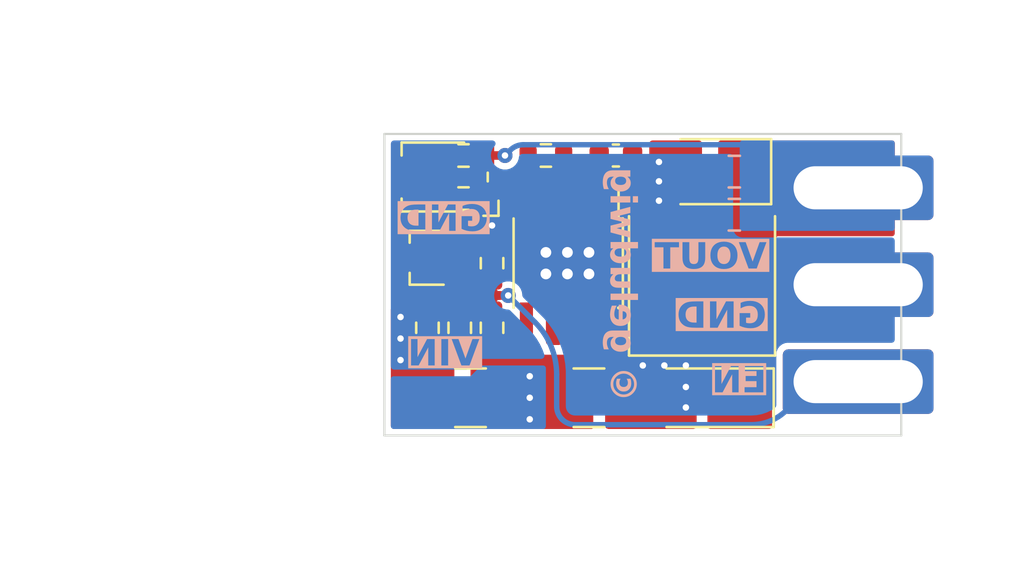
<source format=kicad_pcb>
(kicad_pcb (version 20240108) (generator "pcbnew") (generator_version "8.0")
  (title_block (comment 4 "AISLER Project ID: BCAAVWBM"))
  (layers (0 "F.Cu" signal) (31 "B.Cu" signal) (34 "B.Paste" user) (35 "F.Paste" user) (36 "B.SilkS" user "B.Silkscreen") (37 "F.SilkS" user "F.Silkscreen") (38 "B.Mask" user) (39 "F.Mask" user) (44 "Edge.Cuts" user))
  (net 0 "")
  (net 1 "VIN")
  (net 2 "GND")
  (net 3 "Net-(D1-K)")
  (net 4 "EN_IN")
  (net 5 "VOUT")
  (net 6 "Net-(U1-BOOT)")
  (net 7 "Net-(Q1-D)")
  (net 8 "Net-(U1-FB)")
  (net 9 "Net-(U1-SYNC)")
  (footprint "Potentiometer_SMD:Potentiometer_Bourns_TC33X_Vertical" (layer "F.Cu") (at 112.7 73 180)
    (property "Reference" "RV1" (hide yes))
    (property "Value" "R_Poti, 5k")
    (fp_line (start 1.9 1.6) (end 1.9 1) (stroke (width 0.12)) (layer "F.SilkS"))
    (fp_line (start 1.9 -1.6) (end 1.9 -1) (stroke (width 0.12)) (layer "F.SilkS"))
    (fp_line (start -1 1.6) (end 1.9 1.6) (stroke (width 0.12)) (layer "F.SilkS"))
    (fp_line (start -1 -1.6) (end 1.9 -1.6) (stroke (width 0.12)) (layer "F.SilkS"))
    (fp_line (start -1.9 -1.8) (end -2.6 -1.8) (stroke (width 0.12)) (layer "F.SilkS"))
    (fp_line (start -2.1 -0.2) (end -2.1 0.2) (stroke (width 0.12)) (layer "F.SilkS"))
    (fp_line (start -2.6 -1.8) (end -2.6 -1.1) (stroke (width 0.12)) (layer "F.SilkS"))
    (pad "1" smd rect (at -1.8 -1 180) (size 1.2 1.2) (layers "F.Cu" "F.Paste" "F.Mask") (net 2 "GND"))
    (pad "2" smd rect (at 1.45 0 180) (size 1.5 1.6) (layers "F.Cu" "F.Paste" "F.Mask") (net 8 "Net-(U1-FB)"))
    (pad "3" smd rect (at -1.8 1 180) (size 1.2 1.2) (layers "F.Cu" "F.Paste" "F.Mask") (net 5 "VOUT"))
  )
  (footprint "Diode_SMD:D_SOD-128" (layer "F.Cu") (at 125 83.25 180)
    (property "Reference" "D1" (hide yes))
    (property "Value" "40V, 550mV, 2A")
    (fp_line (start -3.08 1.36) (end 1.9 1.36) (stroke (width 0.12)) (layer "F.SilkS"))
    (fp_line (start -3.08 -1.36) (end 1.9 -1.36) (stroke (width 0.12)) (layer "F.SilkS"))
    (fp_line (start -3.08 -1.36) (end -3.08 1.36) (stroke (width 0.12)) (layer "F.SilkS"))
    (pad "1" smd rect (at -2.2 0 180) (size 1.4 2.1) (layers "F.Cu" "F.Paste" "F.Mask") (net 3 "Net-(D1-K)"))
    (pad "2" smd rect (at 2.2 0 180) (size 1.4 2.1) (layers "F.Cu" "F.Paste" "F.Mask") (net 2 "GND"))
  )
  (footprint "Resistor_SMD:R_0603_1608Metric" (layer "F.Cu") (at 112 80 -90)
    (property "Reference" "Ren2" (hide yes))
    (property "Value" "56k")
    (fp_line (start -0.237258 0.5225) (end 0.237258 0.5225) (stroke (width 0.12)) (layer "F.SilkS"))
    (fp_line (start -0.237258 -0.5225) (end 0.237258 -0.5225) (stroke (width 0.12)) (layer "F.SilkS"))
    (pad "1" smd roundrect (at -0.825 0 270) (size 0.8 0.95) (layers "F.Cu" "F.Paste" "F.Mask") (net 7 "Net-(Q1-D)"))
    (pad "2" smd roundrect (at 0.825 0 270) (size 0.8 0.95) (layers "F.Cu" "F.Paste" "F.Mask") (net 2 "GND"))
  )
  (footprint "Resistor_SMD:R_0603_1608Metric" (layer "F.Cu") (at 113.675 72 180)
    (property "Reference" "Rfb1" (hide yes))
    (property "Value" "3k")
    (fp_line (start -0.237258 0.5225) (end 0.237258 0.5225) (stroke (width 0.12)) (layer "F.SilkS"))
    (fp_line (start -0.237258 -0.5225) (end 0.237258 -0.5225) (stroke (width 0.12)) (layer "F.SilkS"))
    (pad "1" smd roundrect (at -0.825 0 180) (size 0.8 0.95) (layers "F.Cu" "F.Paste" "F.Mask") (net 5 "VOUT"))
    (pad "2" smd roundrect (at 0.825 0 180) (size 0.8 0.95) (layers "F.Cu" "F.Paste" "F.Mask") (net 8 "Net-(U1-FB)"))
  )
  (footprint "Capacitor_SMD:C_1210_3225Metric" (layer "F.Cu") (at 119.5 83.25)
    (property "Reference" "Cin1" (hide yes))
    (property "Value" "50V, 10uF")
    (fp_line (start -0.711252 -1.36) (end 0.711252 -1.36) (stroke (width 0.12)) (layer "F.SilkS"))
    (fp_line (start -0.711252 1.36) (end 0.711252 1.36) (stroke (width 0.12)) (layer "F.SilkS"))
    (pad "1" smd roundrect (at -1.475 0) (size 1.15 2.7) (layers "F.Cu" "F.Paste" "F.Mask") (roundrect_rratio 0.2173913043) (net 1 "VIN"))
    (pad "2" smd roundrect (at 1.475 0) (size 1.15 2.7) (layers "F.Cu" "F.Paste" "F.Mask") (roundrect_rratio 0.2173913043) (net 2 "GND"))
  )
  (footprint "Package_TO_SOT_SMD:SOT-23W" (layer "F.Cu") (at 112.25 76.75 180)
    (property "Reference" "Q1" (hide yes))
    (property "Value" "BSS 138")
    (fp_line (start 1.075 0.7) (end 1.075 1.25) (stroke (width 0.12)) (layer "F.SilkS"))
    (fp_line (start 1.075 -1.25) (end 1.075 -0.7) (stroke (width 0.12)) (layer "F.SilkS"))
    (fp_line (start -0.5 1.25) (end 1.075 1.25) (stroke (width 0.12)) (layer "F.SilkS"))
    (fp_line (start -0.5 -1.25) (end 1.075 -1.25) (stroke (width 0.12)) (layer "F.SilkS"))
    (pad "1" smd rect (at -1.2 -0.95 180) (size 1 0.7) (layers "F.Cu" "F.Paste" "F.Mask") (net 4 "EN_IN"))
    (pad "2" smd rect (at -1.2 0.95 180) (size 1 0.7) (layers "F.Cu" "F.Paste" "F.Mask") (net 2 "GND"))
    (pad "3" smd rect (at 1.2 0 180) (size 1 0.7) (layers "F.Cu" "F.Paste" "F.Mask") (net 7 "Net-(Q1-D)"))
  )
  (footprint "Package_SO:TI_SO-PowerPAD-8" (layer "F.Cu") (at 118.5 77 -90)
    (property "Reference" "U1" (hide yes))
    (property "Value" "LM22670")
    (fp_line (start -2.075 2.5) (end 2.075 2.5) (stroke (width 0.12)) (layer "F.SilkS"))
    (fp_line (start -2.075 -2.375) (end -3.375 -2.375) (stroke (width 0.12)) (layer "F.SilkS"))
    (fp_line (start -2.075 -2.575) (end -2.075 -2.375) (stroke (width 0.12)) (layer "F.SilkS"))
    (fp_line (start -2.075 -2.575) (end 2.075 -2.575) (stroke (width 0.12)) (layer "F.SilkS"))
    (fp_line (start 2.075 -2.575) (end 2.075 -2.375) (stroke (width 0.15)) (layer "F.SilkS"))
    (pad "1" smd rect (at -2.78 -1.905 270) (size 1.91 0.61) (layers "F.Cu" "F.Paste" "F.Mask") (net 6 "Net-(U1-BOOT)"))
    (pad "2" smd rect (at -2.78 -0.635 270) (size 1.91 0.61) (layers "F.Cu" "F.Paste" "F.Mask") (net 2 "GND"))
    (pad "3" smd rect (at -2.78 0.635 270) (size 1.91 0.61) (layers "F.Cu" "F.Paste" "F.Mask") (net 9 "Net-(U1-SYNC)"))
    (pad "4" smd rect (at -2.78 1.905 270) (size 1.91 0.61) (layers "F.Cu" "F.Paste" "F.Mask") (net 8 "Net-(U1-FB)"))
    (pad "5" smd rect (at 2.78 1.905 270) (size 1.91 0.61) (layers "F.Cu" "F.Paste" "F.Mask") (net 7 "Net-(Q1-D)"))
    (pad "6" smd rect (at 2.78 0.635 270) (size 1.91 0.61) (layers "F.Cu" "F.Paste" "F.Mask") (net 2 "GND"))
    (pad "7" smd rect (at 2.78 -0.635 270) (size 1.91 0.61) (layers "F.Cu" "F.Paste" "F.Mask") (net 1 "VIN"))
    (pad "8" smd rect (at 2.78 -1.905 270) (size 1.91 0.61) (layers "F.Cu" "F.Paste" "F.Mask") (net 3 "Net-(D1-K)"))
    (pad "9" smd rect (at 0 0 270) (size 2.25 3.02175) (layers "F.Cu" "F.Paste" "F.Mask") (net 2 "GND"))
  )
  (footprint "Resistor_SMD:R_0603_1608Metric" (layer "F.Cu") (at 117.5 72)
    (property "Reference" "Rsync1" (hide yes))
    (property "Value" "34.8k")
    (fp_line (start -0.237258 -0.5225) (end 0.237258 -0.5225) (stroke (width 0.12)) (layer "F.SilkS"))
    (fp_line (start -0.237258 0.5225) (end 0.237258 0.5225) (stroke (width 0.12)) (layer "F.SilkS"))
    (pad "1" smd roundrect (at -0.825 0) (size 0.8 0.95) (layers "F.Cu" "F.Paste" "F.Mask") (net 9 "Net-(U1-SYNC)"))
    (pad "2" smd roundrect (at 0.825 0) (size 0.8 0.95) (layers "F.Cu" "F.Paste" "F.Mask") (net 2 "GND"))
  )
  (footprint "Resistor_SMD:R_0603_1608Metric" (layer "F.Cu") (at 115 77 90)
    (property "Reference" "Rmos2" (hide yes))
    (property "Value" "5k")
    (fp_line (start -0.237258 -0.5225) (end 0.237258 -0.5225) (stroke (width 0.12)) (layer "F.SilkS"))
    (fp_line (start -0.237258 0.5225) (end 0.237258 0.5225) (stroke (width 0.12)) (layer "F.SilkS"))
    (pad "1" smd roundrect (at -0.825 0 90) (size 0.8 0.95) (layers "F.Cu" "F.Paste" "F.Mask") (net 4 "EN_IN"))
    (pad "2" smd roundrect (at 0.825 0 90) (size 0.8 0.95) (layers "F.Cu" "F.Paste" "F.Mask") (net 2 "GND"))
  )
  (footprint "Capacitor_SMD:C_0603_1608Metric" (layer "F.Cu") (at 120.75 72 180)
    (property "Reference" "Cboot1" (hide yes))
    (property "Value" "50V, 10nF")
    (fp_line (start -0.14058 0.51) (end 0.14058 0.51) (stroke (width 0.12)) (layer "F.SilkS"))
    (fp_line (start -0.14058 -0.51) (end 0.14058 -0.51) (stroke (width 0.12)) (layer "F.SilkS"))
    (pad "1" smd roundrect (at -0.775 0 180) (size 0.9 0.95) (layers "F.Cu" "F.Paste" "F.Mask") (net 3 "Net-(D1-K)"))
    (pad "2" smd roundrect (at 0.775 0 180) (size 0.9 0.95) (layers "F.Cu" "F.Paste" "F.Mask") (net 6 "Net-(U1-BOOT)"))
  )
  (footprint "Resistor_SMD:R_0603_1608Metric" (layer "F.Cu") (at 113.675 74)
    (property "Reference" "Rfb2" (hide yes))
    (property "Value" "1k")
    (fp_line (start -0.237258 -0.5225) (end 0.237258 -0.5225) (stroke (width 0.12)) (layer "F.SilkS"))
    (fp_line (start -0.237258 0.5225) (end 0.237258 0.5225) (stroke (width 0.12)) (layer "F.SilkS"))
    (pad "1" smd roundrect (at -0.825 0) (size 0.8 0.95) (layers "F.Cu" "F.Paste" "F.Mask") (net 8 "Net-(U1-FB)"))
    (pad "2" smd roundrect (at 0.825 0) (size 0.8 0.95) (layers "F.Cu" "F.Paste" "F.Mask") (net 2 "GND"))
  )
  (footprint "Inductor_SMD:L_Coilcraft_XAL60xx_6.36x6.56mm" (layer "F.Cu") (at 124.75 78 90)
    (property "Reference" "L1" (hide yes))
    (property "Value" "XAL6060-822MEC")
    (fp_line (start -3.29 -3.39) (end 3.18 -3.39) (stroke (width 0.12)) (layer "F.SilkS"))
    (fp_line (start -3.29 -3.39) (end -3.29 3.39) (stroke (width 0.12)) (layer "F.SilkS"))
    (fp_line (start -3.29 3.39) (end 3.18 3.39) (stroke (width 0.12)) (layer "F.SilkS"))
    (pad "1" smd rect (at -2.02 0 90) (size 1.43 5.5) (layers "F.Cu" "F.Paste" "F.Mask") (net 3 "Net-(D1-K)"))
    (pad "2" smd rect (at 2.02 0 90) (size 1.43 5.5) (layers "F.Cu" "F.Paste" "F.Mask") (net 5 "VOUT"))
  )
  (footprint "Capacitor_Tantalum_SMD:CP_EIA-3528-21_Kemet-B" (layer "F.Cu") (at 125.5 72.75 180)
    (property "Reference" "Cout1" (hide yes))
    (property "Value" "16V, 47uF, Tantal")
    (fp_line (start 1.75 -1.51) (end -2.46 -1.51) (stroke (width 0.12)) (layer "F.SilkS"))
    (fp_line (start -2.46 1.51) (end 1.75 1.51) (stroke (width 0.12)) (layer "F.SilkS"))
    (fp_line (start -2.46 -1.51) (end -2.46 1.51) (stroke (width 0.12)) (layer "F.SilkS"))
    (pad "1" smd roundrect (at -1.5375 0 180) (size 1.325 2.35) (layers "F.Cu" "F.Paste" "F.Mask") (roundrect_rratio 0.1886792453) (net 5 "VOUT"))
    (pad "2" smd roundrect (at 1.5375 0 180) (size 1.325 2.35) (layers "F.Cu" "F.Paste" "F.Mask") (roundrect_rratio 0.1886792453) (net 2 "GND"))
  )
  (footprint "Resistor_SMD:R_0603_1608Metric" (layer "F.Cu") (at 115 80 90)
    (property "Reference" "Rmos1" (hide yes))
    (property "Value" "10k")
    (fp_line (start -0.237258 -0.5225) (end 0.237258 -0.5225) (stroke (width 0.12)) (layer "F.SilkS"))
    (fp_line (start -0.237258 0.5225) (end 0.237258 0.5225) (stroke (width 0.12)) (layer "F.SilkS"))
    (pad "1" smd roundrect (at -0.825 0 90) (size 0.8 0.95) (layers "F.Cu" "F.Paste" "F.Mask") (net 1 "VIN"))
    (pad "2" smd roundrect (at 0.825 0 90) (size 0.8 0.95) (layers "F.Cu" "F.Paste" "F.Mask") (net 4 "EN_IN"))
  )
  (footprint "Capacitor_SMD:C_1210_3225Metric" (layer "F.Cu") (at 114 83.25 180)
    (property "Reference" "Cin2" (hide yes))
    (property "Value" "50V, 10uF")
    (fp_line (start -0.711252 1.36) (end 0.711252 1.36) (stroke (width 0.12)) (layer "F.SilkS"))
    (fp_line (start -0.711252 -1.36) (end 0.711252 -1.36) (stroke (width 0.12)) (layer "F.SilkS"))
    (pad "1" smd roundrect (at -1.475 0 180) (size 1.15 2.7) (layers "F.Cu" "F.Paste" "F.Mask") (roundrect_rratio 0.2173913043) (net 1 "VIN"))
    (pad "2" smd roundrect (at 1.475 0 180) (size 1.15 2.7) (layers "F.Cu" "F.Paste" "F.Mask") (roundrect_rratio 0.2173913043) (net 2 "GND"))
  )
  (footprint "Resistor_SMD:R_0603_1608Metric" (layer "F.Cu") (at 113.5 80 90)
    (property "Reference" "Ren1" (hide yes))
    (property "Value" "220k")
    (fp_line (start -0.237258 -0.5225) (end 0.237258 -0.5225) (stroke (width 0.12)) (layer "F.SilkS"))
    (fp_line (start -0.237258 0.5225) (end 0.237258 0.5225) (stroke (width 0.12)) (layer "F.SilkS"))
    (pad "1" smd roundrect (at -0.825 0 90) (size 0.8 0.95) (layers "F.Cu" "F.Paste" "F.Mask") (net 1 "VIN"))
    (pad "2" smd roundrect (at 0.825 0 90) (size 0.8 0.95) (layers "F.Cu" "F.Paste" "F.Mask") (net 7 "Net-(Q1-D)"))
  )
  (footprint "TestPoint:TestPoint_THTPad_D1.0mm_Drill0.5mm" (layer "B.Cu") (at 132 82.5)
    (property "Reference" "EN1" (hide yes))
    (property "Value" "Conn_01x01_Female")
    (pad "1" thru_hole roundrect (at 0 0) (size 7 3) (drill oval 6 2) (layers "*.Cu" "*.Mask") (roundrect_rratio 0.08333333333) (net 4 "EN_IN"))
  )
  (footprint "Connector_Wire:SolderWirePad_1x01_SMD_1x2mm" (layer "B.Cu") (at 112.5 83.5 90)
    (property "Reference" "VIN1" (hide yes))
    (property "Value" "Conn_01x01_Female")
    (pad "1" smd roundrect (at 0 0 90) (size 2 4) (layers "B.Cu" "B.Paste" "B.Mask") (net 1 "VIN"))
  )
  (footprint "Connector_Wire:SolderWirePad_1x01_SMD_1x2mm" (layer "B.Cu") (at 112.5 72.5 -90)
    (property "Reference" "GND1" (hide yes))
    (property "Value" "Conn_01x01_Female")
    (pad "1" smd roundrect (at 0 0 270) (size 2 4) (layers "B.Cu" "B.Paste" "B.Mask") (net 2 "GND"))
  )
  (footprint "Capacitor_SMD:C_0805_2012Metric" (layer "B.Cu") (at 126.25 72.75 180)
    (property "Reference" "Cout3" (hide yes))
    (property "Value" "16V, 10uF")
    (fp_line (start -0.261252 0.735) (end 0.261252 0.735) (stroke (width 0.12)) (layer "B.SilkS"))
    (fp_line (start -0.261252 -0.735) (end 0.261252 -0.735) (stroke (width 0.12)) (layer "B.SilkS"))
    (pad "1" smd roundrect (at -0.95 0 180) (size 1 1.45) (layers "B.Cu" "B.Paste" "B.Mask") (net 5 "VOUT"))
    (pad "2" smd roundrect (at 0.95 0 180) (size 1 1.45) (layers "B.Cu" "B.Paste" "B.Mask") (net 2 "GND"))
  )
  (footprint "TestPoint:TestPoint_THTPad_D1.0mm_Drill0.5mm" (layer "B.Cu") (at 132 73.5)
    (property "Reference" "5V1" (hide yes))
    (property "Value" "Conn_01x01_Female")
    (pad "1" thru_hole roundrect (at 0 0) (size 7 3) (drill oval 6 2) (layers "*.Cu" "*.Mask") (roundrect_rratio 0.08333333333) (net 5 "VOUT"))
  )
  (footprint "TestPoint:TestPoint_THTPad_D1.0mm_Drill0.5mm" (layer "B.Cu") (at 132 78)
    (property "Reference" "GND2" (hide yes))
    (property "Value" "Conn_01x01_Female")
    (pad "1" thru_hole roundrect (at 0 0) (size 7 3) (drill oval 6 2) (layers "*.Cu" "*.Mask") (roundrect_rratio 0.08333333333) (net 2 "GND"))
  )
  (footprint "Capacitor_SMD:C_0805_2012Metric" (layer "B.Cu") (at 126.25 74.75 180)
    (property "Reference" "Cout2" (hide yes))
    (property "Value" "16V, 10uF")
    (fp_line (start -0.261252 0.735) (end 0.261252 0.735) (stroke (width 0.12)) (layer "B.SilkS"))
    (fp_line (start -0.261252 -0.735) (end 0.261252 -0.735) (stroke (width 0.12)) (layer "B.SilkS"))
    (pad "1" smd roundrect (at -0.95 0 180) (size 1 1.45) (layers "B.Cu" "B.Paste" "B.Mask") (net 5 "VOUT"))
    (pad "2" smd roundrect (at 0.95 0 180) (size 1 1.45) (layers "B.Cu" "B.Paste" "B.Mask") (net 2 "GND"))
  )
  (gr_line (start 134 71) (end 134 85) (stroke (width 0.1)) (layer "Edge.Cuts"))
  (gr_line (start 110 85) (end 110 71) (stroke (width 0.1)) (layer "Edge.Cuts"))
  (gr_line (start 110 85) (end 134 85) (stroke (width 0.1)) (layer "Edge.Cuts"))
  (gr_line (start 134 71) (end 110 71) (stroke (width 0.1)) (layer "Edge.Cuts"))
  (gr_text "VOUT" (at 127.75 76.75 0) (layer "B.SilkS" knockout) (effects (font (size 1.2 1.2) (thickness 0.2) (bold yes)) (justify left mirror)))
  (gr_text "GND" (at 112.75 75 0) (layer "B.SilkS" knockout) (effects (font (size 1.2 1.2) (thickness 0.2) (bold yes)) (justify mirror)))
  (gr_text "GND" (at 127.75 79.5 0) (layer "B.SilkS" knockout) (effects (font (size 1.2 1.2) (thickness 0.2) (bold yes)) (justify left mirror)))
  (gr_text "EN" (at 127.75 82.5 0) (layer "B.SilkS" knockout) (effects (font (size 1.2 1.2) (thickness 0.2) (bold yes)) (justify left mirror)))
  (gr_text "VIN" (at 112.75 81.25 0) (layer "B.SilkS" knockout) (effects (font (size 1.2 1.2) (thickness 0.2) (bold yes)) (justify mirror)))
  (gr_text "© geludwig" (at 121 78 270) (layer "B.SilkS") (effects (font (size 1.2 1.2) (thickness 0.2) (bold yes)) (justify mirror)))
  (via (at 116.75 83.25) (size 0.7) (drill 0.3) (layers "F.Cu" "B.Cu") (net 1))
  (via (at 116.75 84.25) (size 0.7) (drill 0.3) (layers "F.Cu" "B.Cu") (net 1))
  (via (at 116.75 82.25) (size 0.7) (drill 0.3) (layers "F.Cu" "B.Cu") (net 1))
  (segment (start 118.828539 72.503539) (end 118.325 72) (width 0.4) (layer "F.Cu") (net 2))
  (segment (start 119.135 73.243402) (end 119.135 74.22) (width 0.4) (layer "F.Cu") (net 2))
  (via (at 124 81.75) (size 0.7) (drill 0.3) (layers "F.Cu" "B.Cu") (net 2))
  (via (at 122.75 74.1) (size 0.7) (drill 0.3) (layers "F.Cu" "B.Cu") (net 2))
  (via (at 117.5 77.5) (size 0.9) (drill 0.5) (layers "F.Cu" "B.Cu") (net 2))
  (via (at 117.5 76.5) (size 0.9) (drill 0.5) (layers "F.Cu" "B.Cu") (net 2))
  (via (at 115 75.25) (size 0.7) (drill 0.3) (layers "F.Cu" "B.Cu") (net 2))
  (via (at 124 82.75) (size 0.7) (drill 0.3) (layers "F.Cu" "B.Cu") (net 2))
  (via (at 124 83.7) (size 0.7) (drill 0.3) (layers "F.Cu" "B.Cu") (net 2))
  (via (at 118.5 77.5) (size 0.9) (drill 0.5) (layers "F.Cu" "B.Cu") (net 2))
  (via (at 122.75 73.2) (size 0.7) (drill 0.3) (layers "F.Cu" "B.Cu") (net 2))
  (via (at 122.75 72.3) (size 0.7) (drill 0.3) (layers "F.Cu" "B.Cu") (net 2))
  (via (at 118.5 76.5) (size 0.9) (drill 0.5) (layers "F.Cu" "B.Cu") (net 2))
  (via (at 110.75 80.5) (size 0.7) (drill 0.3) (layers "F.Cu" "B.Cu") (net 2))
  (via (at 110.75 81.5) (size 0.7) (drill 0.3) (layers "F.Cu" "B.Cu") (net 2))
  (via (at 110.75 79.5) (size 0.7) (drill 0.3) (layers "F.Cu" "B.Cu") (net 2))
  (via (at 123 81.75) (size 0.7) (drill 0.3) (layers "F.Cu" "B.Cu") (net 2))
  (via (at 119.5 76.5) (size 0.9) (drill 0.5) (layers "F.Cu" "B.Cu") (net 2))
  (via (at 119.5 77.5) (size 0.9) (drill 0.5) (layers "F.Cu" "B.Cu") (net 2))
  (via (at 122 81.75) (size 0.7) (drill 0.3) (layers "F.Cu" "B.Cu") (net 2))
  (arc (start 118.828539 72.503539) (mid 119.055354 72.842991) (end 119.135 73.243402) (width 0.4) (layer "F.Cu") (net 2))
  (segment (start 121.525 74.555545) (end 121.525 72) (width 0.4) (layer "F.Cu") (net 3))
  (segment (start 121.25 75.219454) (end 121.25 78.75) (width 0.4) (layer "F.Cu") (net 3))
  (arc (start 121.525 74.555545) (mid 121.489264 74.735197) (end 121.3875 74.8875) (width 0.4) (layer "F.Cu") (net 3))
  (arc (start 121.3875 74.8875) (mid 121.285735 75.039801) (end 121.25 75.219454) (width 0.4) (layer "F.Cu") (net 3))
  (segment (start 115.75 78.5) (end 115.3375 78.5) (width 0.4) (layer "F.Cu") (net 4))
  (segment (start 115 78.8375) (end 115 79.175) (width 0.4) (layer "F.Cu") (net 4))
  (segment (start 115 77.913388) (end 115 78.1625) (width 0.4) (layer "F.Cu") (net 4))
  (segment (start 115 78.8375) (end 115 78.1625) (width 0.4) (layer "F.Cu") (net 4))
  (segment (start 114.786611 77.7) (end 113.45 77.7) (width 0.4) (layer "F.Cu") (net 4))
  (via (at 115.75 78.5) (size 0.7) (drill 0.3) (layers "F.Cu" "B.Cu") (net 4))
  (arc (start 115 78.1625) (mid 115.098851 78.401148) (end 115.3375 78.5) (width 0.4) (layer "F.Cu") (net 4))
  (arc (start 114.9375 77.7625) (mid 114.868271 77.716243) (end 114.786611 77.7) (width 0.4) (layer "F.Cu") (net 4))
  (arc (start 114.9375 77.7625) (mid 114.983756 77.831728) (end 115 77.913388) (width 0.4) (layer "F.Cu") (net 4))
  (arc (start 115.3375 78.5) (mid 115.098851 78.598851) (end 115 78.8375) (width 0.4) (layer "F.Cu") (net 4))
  (segment (start 131 82.5) (end 131.946966 82.5) (width 0.25) (layer "B.Cu") (net 4))
  (segment (start 118 83.646446) (end 118 82.167778) (width 0.25) (layer "B.Cu") (net 4))
  (segment (start 115.75 78.5) (end 116.997479 79.747479) (width 0.25) (layer "B.Cu") (net 4))
  (segment (start 129.292893 83.207106) (end 128.677735 83.822266) (width 0.25) (layer "B.Cu") (net 4))
  (segment (start 118.853553 84.5) (end 127.041545 84.5) (width 0.25) (layer "B.Cu") (net 4))
  (segment (start 131.9625 82.4625) (end 131.925 82.425) (width 0.25) (layer "B.Cu") (net 4))
  (arc (start 131.9625 82.4625) (mid 131.967261 82.486439) (end 131.946966 82.5) (width 0.25) (layer "B.Cu") (net 4))
  (arc (start 116.997479 79.747479) (mid 117.739453 80.857922) (end 118 82.167778) (width 0.25) (layer "B.Cu") (net 4))
  (arc (start 118 83.646446) (mid 118.064972 83.973087) (end 118.25 84.25) (width 0.25) (layer "B.Cu") (net 4))
  (arc (start 128.677735 83.822266) (mid 127.927045 84.323862) (end 127.041545 84.5) (width 0.25) (layer "B.Cu") (net 4))
  (arc (start 131 82.5) (mid 130.07612 82.68377) (end 129.292893 83.207106) (width 0.25) (layer "B.Cu") (net 4))
  (arc (start 118.25 84.25) (mid 118.526912 84.435027) (end 118.853553 84.5) (width 0.25) (layer "B.Cu") (net 4))
  (segment (start 115.6 72) (end 114.5 72) (width 0.4) (layer "F.Cu") (net 5))
  (via (at 115.6 72) (size 0.7) (drill 0.3) (layers "F.Cu" "B.Cu") (net 5))
  (segment (start 116.453553 71.5) (end 126.5 71.5) (width 0.25) (layer "B.Cu") (net 5))
  (segment (start 115.6 72) (end 115.85 71.75) (width 0.25) (layer "B.Cu") (net 5))
  (arc (start 116.453553 71.5) (mid 116.126912 71.564972) (end 115.85 71.75) (width 0.25) (layer "B.Cu") (net 5))
  (segment (start 120.405 72.734055) (end 120.405 74.22) (width 0.4) (layer "F.Cu") (net 6))
  (segment (start 120.19 72.215) (end 119.975 72) (width 0.4) (layer "F.Cu") (net 6))
  (arc (start 120.19 72.215) (mid 120.349123 72.453144) (end 120.405 72.734055) (width 0.4) (layer "F.Cu") (net 6))
  (segment (start 113.2125 79.175) (end 112 79.175) (width 0.4) (layer "F.Cu") (net 7))
  (segment (start 113.5 79.4625) (end 113.5 79.573223) (width 0.25) (layer "F.Cu") (net 7))
  (segment (start 111 76.95) (end 110.8 76.75) (width 0.25) (layer "F.Cu") (net 7))
  (segment (start 113.926776 80) (end 116.375 80) (width 0.25) (layer "F.Cu") (net 7))
  (segment (start 111.525 78.7) (end 112 79.175) (width 0.4) (layer "F.Cu") (net 7))
  (segment (start 111.05 77.553248) (end 111.05 76.75) (width 0.4) (layer "F.Cu") (net 7))
  (arc (start 111.05 77.553248) (mid 111.173448 78.173865) (end 111.525 78.7) (width 0.4) (layer "F.Cu") (net 7))
  (arc (start 113.5 79.4625) (mid 113.415793 79.259206) (end 113.2125 79.175) (width 0.25) (layer "F.Cu") (net 7))
  (arc (start 113.5 79.573223) (mid 113.532486 79.736543) (end 113.625 79.875) (width 0.25) (layer "F.Cu") (net 7))
  (arc (start 113.625 79.875) (mid 113.763456 79.967513) (end 113.926776 80) (width 0.25) (layer "F.Cu") (net 7))
  (segment (start 112.85 72) (end 112.85 74) (width 0.25) (layer "F.Cu") (net 8))
  (segment (start 115.579271 73) (end 111.25 73) (width 0.25) (layer "F.Cu") (net 8))
  (segment (start 116.2975 73.2975) (end 116.374029 73.374029) (width 0.25) (layer "F.Cu") (net 8))
  (segment (start 116.595 73.9075) (end 116.595 74.22) (width 0.25) (layer "F.Cu") (net 8))
  (arc (start 116.374029 73.374029) (mid 116.537571 73.618787) (end 116.595 73.9075) (width 0.25) (layer "F.Cu") (net 8))
  (arc (start 116.2975 73.2975) (mid 115.967973 73.077317) (end 115.579271 73) (width 0.25) (layer "F.Cu") (net 8))
  (segment (start 117.865 73.430977) (end 117.865 74.22) (width 0.4) (layer "F.Cu") (net 9))
  (segment (start 117.694604 73.019604) (end 116.675 72) (width 0.4) (layer "F.Cu") (net 9))
  (arc (start 117.694604 73.019604) (mid 117.820716 73.208344) (end 117.865 73.430977) (width 0.4) (layer "F.Cu") (net 9))
  (zone (net 2) (net_name "GND") (layer "F.Cu") (priority 5) (connect_pads yes (clearance 0.3)) (min_thickness 0.3) (fill yes (thermal_gap 0.5) (thermal_bridge_width 0.5))
    (polygon (pts (xy 116.5 78.25) (xy 117.25 78.25) (xy 117.5 78.5) (xy 117.5 80.8) (xy 118.25 80.8) (xy 118.25 78.5) (xy 118.5 78.25) (xy 120.5 78.25) (xy 120.5 75.75) (xy 119.75 75.75) (xy 119.5 75.5) (xy 119.5 73.2) (xy 119 73.2) (xy 118.75 73.2) (xy 118.75 75.5) (xy 118.5 75.75) (xy 116.5 75.75)))
  )
  (zone (net 1) (net_name "VIN") (layer "F.Cu") (priority 2) (connect_pads yes (clearance 0.16)) (min_thickness 0.1524) (fill yes (thermal_gap 0.508) (thermal_bridge_width 0.508))
    (polygon (pts (xy 119.7 85) (xy 119.7 78.75) (xy 118.6 78.75) (xy 118.6 81) (xy 118.35 81.25) (xy 116 81.25) (xy 115.75 81) (xy 115.75 80.4) (xy 113 80.4) (xy 113 81.25) (xy 113.75 81.25) (xy 114 81.5) (xy 114 85)))
  )
  (zone (net 2) (net_name "GND") (layer "F.Cu") (priority 7) (connect_pads yes (clearance 0.3)) (min_thickness 0.3) (fill yes (thermal_gap 0.5) (thermal_bridge_width 0.5))
    (polygon (pts (xy 124.75 74.5) (xy 122.3 74.5) (xy 122.3 73.5) (xy 122.3 73.25) (xy 122.3 71) (xy 124.75 71)))
  )
  (zone (net 5) (net_name "VOUT") (layer "F.Cu") (priority 2) (connect_pads yes (clearance 0.25)) (min_thickness 0.254) (fill yes (thermal_gap 0.508) (thermal_bridge_width 0.508))
    (polygon (pts (xy 128 77) (xy 128 76) (xy 128.25 75.75) (xy 134 75.75) (xy 134 70.957) (xy 125.5 71) (xy 125.5 74.75) (xy 125.25 75) (xy 122 75) (xy 122 77)))
  )
  (zone (net 2) (net_name "GND") (layer "F.Cu") (priority 4) (connect_pads yes (clearance 0.3)) (min_thickness 0.3) (fill yes (thermal_gap 0.5) (thermal_bridge_width 0.5))
    (polygon (pts (xy 110 85) (xy 113.25 85) (xy 113.25 81.75) (xy 112.75 81.75) (xy 112.5 81.5) (xy 112.5 80.4) (xy 111.5 80.4) (xy 111.2 80.15) (xy 111.2 79) (xy 110 79)))
  )
  (zone (net 2) (net_name "GND") (layer "F.Cu") (priority 8) (connect_pads yes (clearance 0.3)) (min_thickness 0.25) (fill yes (thermal_gap 0.5) (thermal_bridge_width 0.5))
    (polygon (pts (xy 113.9 73.4) (xy 113.9 75) (xy 113.65 75.25) (xy 112.75 75.25) (xy 112.75 76.65) (xy 115.55 76.65) (xy 115.55 73.4)))
  )
  (zone (net 3) (net_name "Net-(D1-K)") (layer "F.Cu") (priority 1) (connect_pads yes (clearance 0.25)) (min_thickness 0.254) (fill yes (thermal_gap 0.508) (thermal_bridge_width 0.508))
    (polygon (pts (xy 128 78.75) (xy 120 78.75) (xy 120 80.75) (xy 124.5 80.75) (xy 125 81.25) (xy 125 85) (xy 128 85)))
  )
  (zone (net 2) (net_name "GND") (layer "F.Cu") (priority 6) (connect_pads yes (clearance 0.3)) (min_thickness 0.3) (fill yes (thermal_gap 0.5) (thermal_bridge_width 0.5))
    (polygon (pts (xy 120.25 85) (xy 120.25 81.25) (xy 124.5 81.25) (xy 124.5 85)))
  )
  (zone (net 5) (net_name "VOUT") (layer "B.Cu") (priority 3) (connect_pads yes (clearance 0.25)) (min_thickness 0.25) (fill yes (thermal_gap 0.5) (thermal_bridge_width 0.5))
    (polygon (pts (xy 134 71) (xy 134 75.5) (xy 126.5 75.5) (xy 126.5 71)))
  )
  (zone (net 1) (net_name "VIN") (layer "B.Cu") (priority 1) (connect_pads yes (clearance 0.3)) (min_thickness 0.25) (fill yes (thermal_gap 0.5) (thermal_bridge_width 0.5))
    (polygon (pts (xy 117.5 81.75) (xy 114.5 81.75) (xy 114 82.25) (xy 110 82.25) (xy 110.010647 85) (xy 117.5 85)))
  )
  (zone (net 2) (net_name "GND") (layer "B.Cu") (connect_pads yes (clearance 0.3)) (min_thickness 0.3) (fill yes (thermal_gap 0.5) (thermal_bridge_width 0.5))
    (polygon (pts (xy 134.75 70.25) (xy 109.25 70.25) (xy 109.25 85.75) (xy 134.75 85.75)))
  )
)
</source>
